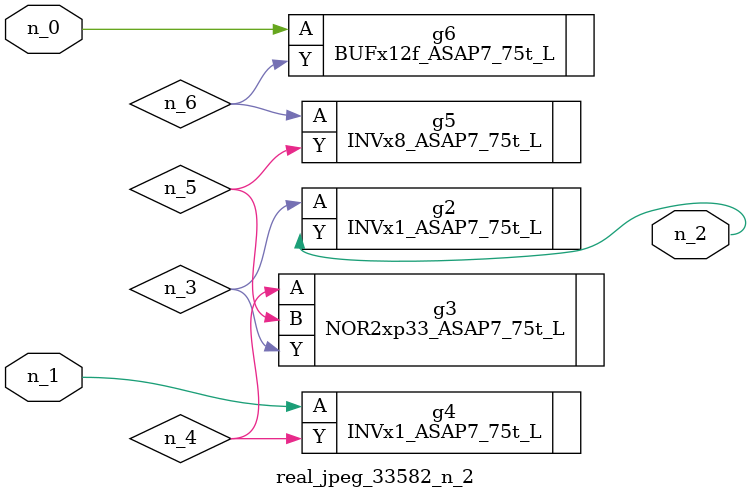
<source format=v>
module real_jpeg_33582_n_2 (n_1, n_0, n_2);

input n_1;
input n_0;

output n_2;

wire n_5;
wire n_4;
wire n_6;
wire n_3;

BUFx12f_ASAP7_75t_L g6 ( 
.A(n_0),
.Y(n_6)
);

INVx1_ASAP7_75t_L g4 ( 
.A(n_1),
.Y(n_4)
);

INVx1_ASAP7_75t_L g2 ( 
.A(n_3),
.Y(n_2)
);

NOR2xp33_ASAP7_75t_L g3 ( 
.A(n_4),
.B(n_5),
.Y(n_3)
);

INVx8_ASAP7_75t_L g5 ( 
.A(n_6),
.Y(n_5)
);


endmodule
</source>
